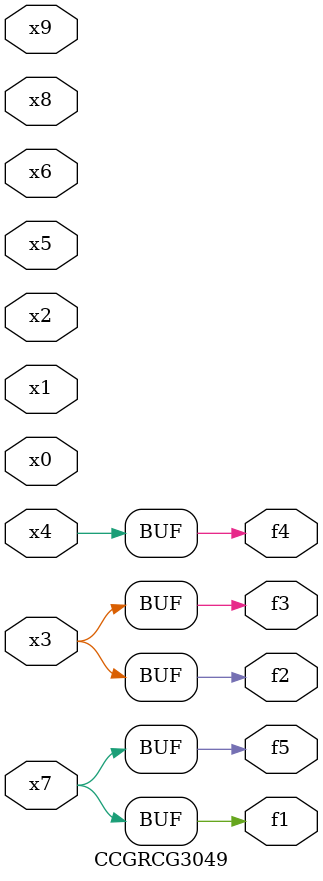
<source format=v>
module CCGRCG3049(
	input x0, x1, x2, x3, x4, x5, x6, x7, x8, x9,
	output f1, f2, f3, f4, f5
);
	assign f1 = x7;
	assign f2 = x3;
	assign f3 = x3;
	assign f4 = x4;
	assign f5 = x7;
endmodule

</source>
